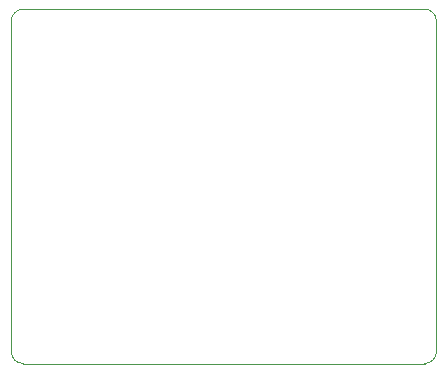
<source format=gm1>
G04 #@! TF.GenerationSoftware,KiCad,Pcbnew,8.0.1*
G04 #@! TF.CreationDate,2024-03-27T20:36:46+01:00*
G04 #@! TF.ProjectId,kurumi,6b757275-6d69-42e6-9b69-6361645f7063,rev?*
G04 #@! TF.SameCoordinates,Original*
G04 #@! TF.FileFunction,Profile,NP*
%FSLAX46Y46*%
G04 Gerber Fmt 4.6, Leading zero omitted, Abs format (unit mm)*
G04 Created by KiCad (PCBNEW 8.0.1) date 2024-03-27 20:36:46*
%MOMM*%
%LPD*%
G01*
G04 APERTURE LIST*
G04 #@! TA.AperFunction,Profile*
%ADD10C,0.100000*%
G04 #@! TD*
G04 APERTURE END LIST*
D10*
X49600000Y-13100000D02*
X49600000Y-41100000D01*
X13600000Y-41100000D02*
X13600000Y-13100000D01*
X14600000Y-12100000D02*
X48600000Y-12100000D01*
X48600000Y-42100000D02*
X14600000Y-42100000D01*
X48600000Y-12100000D02*
G75*
G02*
X49600000Y-13100000I0J-1000000D01*
G01*
X13600000Y-13100000D02*
G75*
G02*
X14600000Y-12100000I1000000J0D01*
G01*
X49600000Y-41100000D02*
G75*
G02*
X48600000Y-42100000I-1000000J0D01*
G01*
X14600000Y-42100000D02*
G75*
G02*
X13600000Y-41100000I0J1000000D01*
G01*
M02*

</source>
